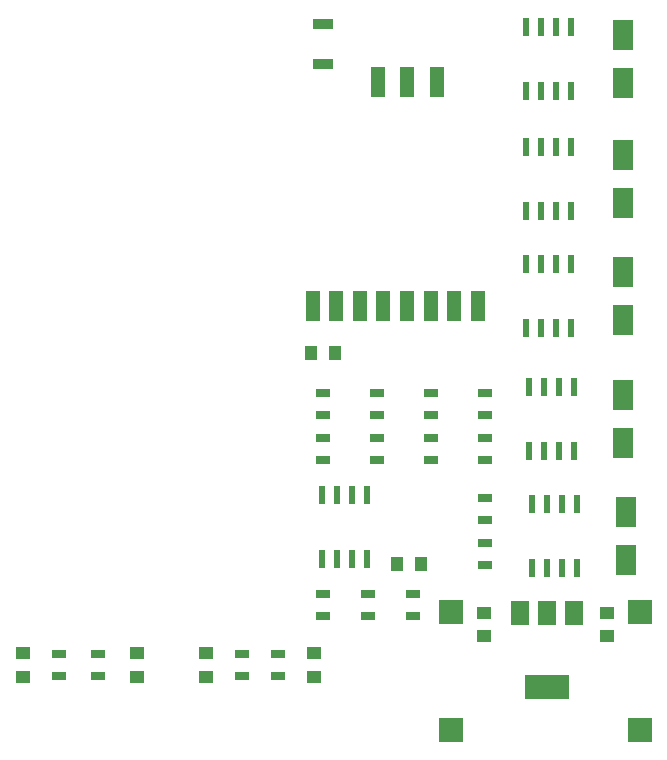
<source format=gtp>
G04 #@! TF.FileFunction,Paste,Top*
%FSLAX46Y46*%
G04 Gerber Fmt 4.6, Leading zero omitted, Abs format (unit mm)*
G04 Created by KiCad (PCBNEW 4.0.7) date 08/30/18 09:04:44*
%MOMM*%
%LPD*%
G01*
G04 APERTURE LIST*
%ADD10C,0.100000*%
%ADD11R,0.600000X1.550000*%
%ADD12R,1.200000X2.524000*%
%ADD13R,1.250000X1.000000*%
%ADD14R,1.000000X1.250000*%
%ADD15R,1.800000X2.500000*%
%ADD16R,1.300000X0.700000*%
%ADD17R,1.700000X0.900000*%
%ADD18R,2.000000X2.000000*%
%ADD19R,3.800000X2.000000*%
%ADD20R,1.500000X2.000000*%
G04 APERTURE END LIST*
D10*
D11*
X185293000Y-110584000D03*
X184023000Y-110584000D03*
X182753000Y-110584000D03*
X181483000Y-110584000D03*
X181483000Y-115984000D03*
X182753000Y-115984000D03*
X184023000Y-115984000D03*
X185293000Y-115984000D03*
D12*
X180706000Y-94582000D03*
X182706000Y-94582000D03*
X184706000Y-94582000D03*
X186706000Y-94582000D03*
X188706000Y-94582000D03*
X190706000Y-94582000D03*
X192706000Y-94582000D03*
X194706000Y-94582000D03*
X188706000Y-75582000D03*
X186206000Y-75582000D03*
X191206000Y-75582000D03*
D13*
X165862000Y-123968000D03*
X165862000Y-125968000D03*
X180848000Y-123968000D03*
X180848000Y-125968000D03*
D14*
X180610000Y-98552000D03*
X182610000Y-98552000D03*
D15*
X207264000Y-116046000D03*
X207264000Y-112046000D03*
X207010000Y-95726000D03*
X207010000Y-91726000D03*
X207010000Y-75660000D03*
X207010000Y-71660000D03*
X207010000Y-106140000D03*
X207010000Y-102140000D03*
X207010000Y-85820000D03*
X207010000Y-81820000D03*
D11*
X199263000Y-116746000D03*
X200533000Y-116746000D03*
X201803000Y-116746000D03*
X203073000Y-116746000D03*
X203073000Y-111346000D03*
X201803000Y-111346000D03*
X200533000Y-111346000D03*
X199263000Y-111346000D03*
X198755000Y-96426000D03*
X200025000Y-96426000D03*
X201295000Y-96426000D03*
X202565000Y-96426000D03*
X202565000Y-91026000D03*
X201295000Y-91026000D03*
X200025000Y-91026000D03*
X198755000Y-91026000D03*
X198755000Y-76360000D03*
X200025000Y-76360000D03*
X201295000Y-76360000D03*
X202565000Y-76360000D03*
X202565000Y-70960000D03*
X201295000Y-70960000D03*
X200025000Y-70960000D03*
X198755000Y-70960000D03*
X199009000Y-106840000D03*
X200279000Y-106840000D03*
X201549000Y-106840000D03*
X202819000Y-106840000D03*
X202819000Y-101440000D03*
X201549000Y-101440000D03*
X200279000Y-101440000D03*
X199009000Y-101440000D03*
X198755000Y-86520000D03*
X200025000Y-86520000D03*
X201295000Y-86520000D03*
X202565000Y-86520000D03*
X202565000Y-81120000D03*
X201295000Y-81120000D03*
X200025000Y-81120000D03*
X198755000Y-81120000D03*
D16*
X159258000Y-124018000D03*
X159258000Y-125918000D03*
X162560000Y-124018000D03*
X162560000Y-125918000D03*
X177800000Y-124018000D03*
X177800000Y-125918000D03*
X181610000Y-120838000D03*
X181610000Y-118938000D03*
X195326000Y-112710000D03*
X195326000Y-110810000D03*
X190754000Y-103820000D03*
X190754000Y-101920000D03*
X181610000Y-103820000D03*
X181610000Y-101920000D03*
X195326000Y-116520000D03*
X195326000Y-114620000D03*
X190754000Y-107630000D03*
X190754000Y-105730000D03*
X181610000Y-107630000D03*
X181610000Y-105730000D03*
X195326000Y-103820000D03*
X195326000Y-101920000D03*
X186182000Y-103820000D03*
X186182000Y-101920000D03*
X195326000Y-107630000D03*
X195326000Y-105730000D03*
X186182000Y-107630000D03*
X186182000Y-105730000D03*
D17*
X181610000Y-74090000D03*
X181610000Y-70690000D03*
D13*
X156210000Y-125968000D03*
X156210000Y-123968000D03*
X171704000Y-125968000D03*
X171704000Y-123968000D03*
D16*
X174752000Y-124018000D03*
X174752000Y-125918000D03*
X185420000Y-120838000D03*
X185420000Y-118938000D03*
X189230000Y-120838000D03*
X189230000Y-118938000D03*
D18*
X208406000Y-120476000D03*
X208406000Y-130476000D03*
X192406000Y-120476000D03*
X192406000Y-130476000D03*
D13*
X205613000Y-120539000D03*
X205613000Y-122539000D03*
X195199000Y-120539000D03*
X195199000Y-122539000D03*
D19*
X200533000Y-126848000D03*
D20*
X200533000Y-120548000D03*
X198233000Y-120548000D03*
X202833000Y-120548000D03*
D14*
X187849000Y-116395500D03*
X189849000Y-116395500D03*
M02*

</source>
